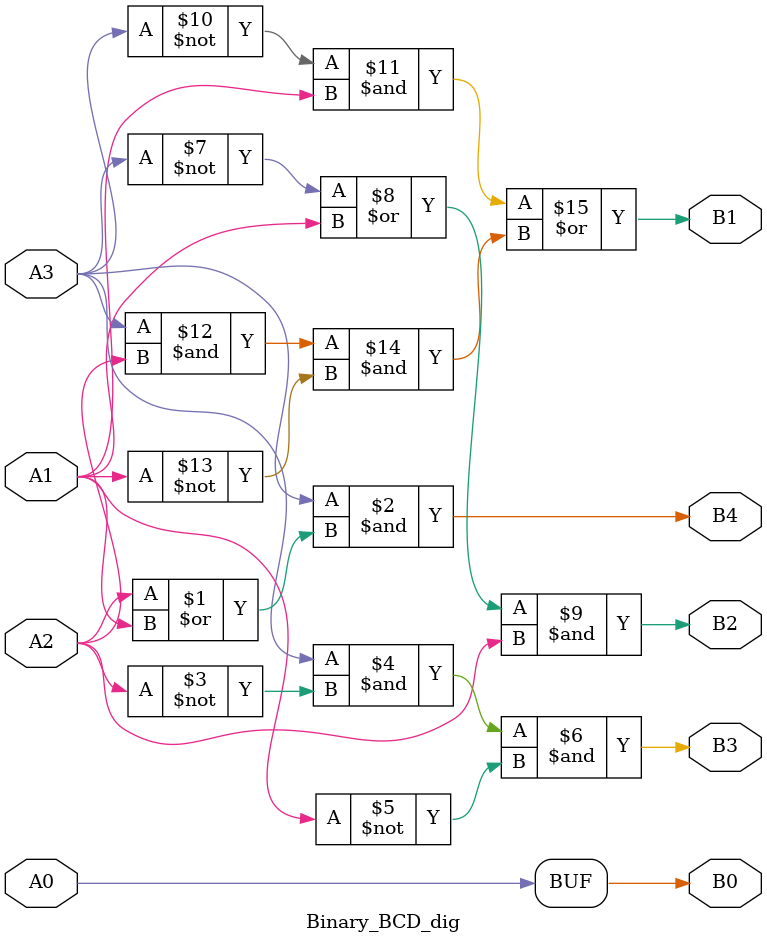
<source format=v>
module Binary_BCD_dig(
    input A3, input A2, input A1, input A0,
    output B4, output B3, output B2, output B1, output B0
    );
    assign B4 = A3&(A2|A1);
    assign B3 = A3&(~A2)&(~A1);
    assign B2 = ((~A3)|A1)&A2;
    assign B1 = ((~A3)&A1)|(A3&A2&(~A1));
    assign B0 = A0;
endmodule

</source>
